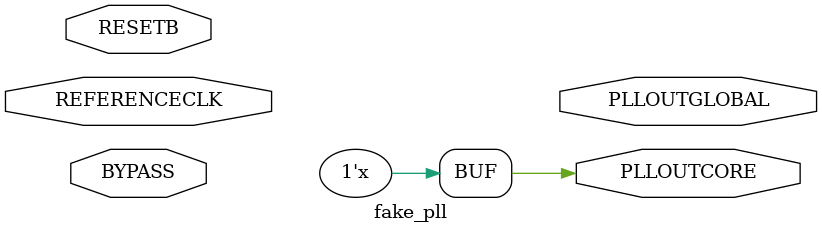
<source format=v>
module fake_pll(
		input REFERENCECLK,
		output reg PLLOUTCORE,
		output PLLOUTGLOBAL,
		input RESETB,
		input BYPASS
		);

   initial
     PLLOUTCORE <= 1;
   
   always @(*) begin
      #10;
      PLLOUTCORE <= ~PLLOUTCORE;
   end
endmodule // fake_pll


</source>
